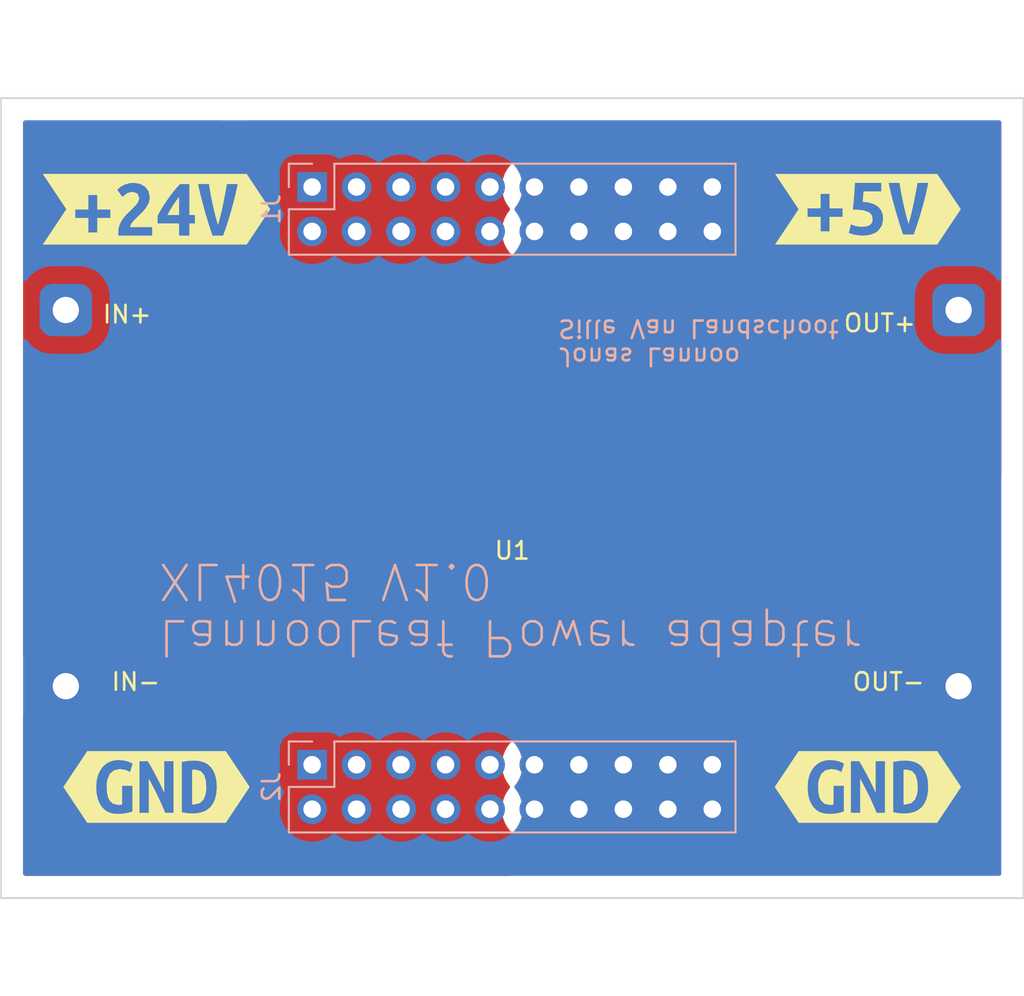
<source format=kicad_pcb>
(kicad_pcb (version 20211014) (generator pcbnew)
  (layers (0 "F.Cu" signal) (31 "B.Cu" signal) (34 "B.Paste" user) (35 "F.Paste" user) (36 "B.SilkS" user "B.Silkscreen") (37 "F.SilkS" user "F.Silkscreen") (38 "B.Mask" user) (39 "F.Mask" user) (44 "Edge.Cuts" user))
  (net 0 "")
  (net 1 "+5V")
  (net 2 "GND")
  (net 3 "+24V")
  (footprint "kibuzzard-62A85210" (layer "F.Cu") (at 180.34 130.81)
    (fp_text reference "kibuzzard-62A85210" hide)
    (fp_text value "G***" hide)
    (fp_poly (pts (xy -3.443288 -2.050918) (xy -2.667 -1.440656) (xy -2.425303 -1.51388) (xy -2.166938 -1.538288) (xy -1.859756 -1.512094) (xy -1.624013 -1.452563) (xy -1.459706 -1.381125) (xy -1.362075 -1.323975) (xy -1.514475 -0.85725) (xy -1.77165 -0.976313) (xy -2.085975 -1.0287) (xy -2.4384 -0.9525) (xy -2.674144 -0.740569) (xy -2.807494 -0.416719) (xy -2.837855 -0.21848) (xy -2.847975 0) (xy -2.829454 0.321469) (xy -2.773892 0.581025) (xy -2.681288 0.778669) (xy -2.475309 0.966192) (xy -2.19075 1.0287) (xy -2.07645 1.023938) (xy -1.96215 1.00965) (xy -1.96215 -0.066675) (xy -1.376363 -0.066675) (xy -0.97155 1.476375) (xy -0.97155 -1.471613) (xy -0.500062 -1.471613) (xy -0.366713 -1.253133) (xy -0.233363 -1.016794) (xy -0.101798 -0.77212) (xy 0.026194 -0.528638) (xy 0.147638 -0.289322) (xy 0.259556 -0.05715) (xy 0.358973 0.157163) (xy 0.442913 0.3429) (xy 0.442913 -1.471613) (xy 0.97155 -1.471613) (xy 0.97155 1.476375) (xy 0.500062 1.476375) (xy 0.362744 1.149615) (xy 0.217488 0.823383) (xy 0.064294 0.497681) (xy -0.096838 0.171979) (xy -0.265906 -0.154252) (xy -0.442913 -0.481013) (xy -0.442913 1.476375) (xy -0.97155 1.476375) (xy -1.376363 -0.066675) (xy -1.376363 1.404938) (xy -1.702594 1.490663) (xy -1.947267 1.526381) (xy -2.238375 1.538288) (xy -2.500908 1.51388) (xy -2.736056 1.440656) (xy -2.941439 1.319213) (xy -3.114675 1.150144) (xy -3.253978 0.93345) (xy -3.357563 0.669131) (xy -3.421856 0.357783) (xy -3.443288 0) (xy -3.418284 -0.354211) (xy -3.343275 -0.664369) (xy -3.225403 -0.929283) (xy -3.071813 -1.147763) (xy -2.884884 -1.318617) (xy -2.667 -1.440656) (xy -3.443288 -2.050918) (xy -3.955918 -2.050918) (xy -5.323196 0) (xy -3.955918 2.050918) (xy -3.443288 2.050918) (xy 3.443288 2.050918) (xy 3.443288 0) (xy 3.417689 0.379214) (xy 3.340894 0.697706) (xy 3.218855 0.959048) (xy 3.057525 1.166813) (xy 2.859286 1.32338) (xy 2.626519 1.431131) (xy 2.363986 1.493639) (xy 2.07645 1.514475) (xy 1.769269 1.497806) (xy 1.4478 1.443038) (xy 1.4478 -1.433513) (xy 1.824038 -1.490663) (xy 2.15265 -1.50495) (xy 2.430661 -1.483519) (xy 2.683669 -1.419225) (xy 2.90572 -1.309092) (xy 3.090863 -1.150144) (xy 3.239095 -0.941784) (xy 3.350419 -0.683419) (xy 3.42007 -0.37088) (xy 3.443288 0) (xy 3.443288 2.050918) (xy 3.955918 2.050918) (xy 5.323196 0) (xy 3.955918 -2.050918) (xy 3.443288 -2.050918) (xy -3.443288 -2.050918)) (layer "F.SilkS") (width 0) (fill solid))
    (fp_poly (pts (xy 2.033587 1.000125) (xy 2.085975 1.004887) (xy 2.138363 1.004887) (xy 2.474119 0.928688) (xy 2.693194 0.719138) (xy 2.812256 0.402431) (xy 2.839045 0.210145) (xy 2.847975 0) (xy 2.8194 -0.371475) (xy 2.719388 -0.690563) (xy 2.524125 -0.912019) (xy 2.205038 -0.995363) (xy 2.119313 -0.992981) (xy 2.033587 -0.981075) (xy 2.033587 1.000125)) (layer "F.SilkS") (width 0) (fill solid))
  )
  (footprint "kibuzzard-62A851E8" (layer "F.Cu") (at 139.7 97.79)
    (fp_text reference "kibuzzard-62A851E8" hide)
    (fp_text value "G***" hide)
    (fp_poly (pts (xy 1.290638 -0.707231) (xy 1.114425 -0.473869) (xy 0.935831 -0.214313) (xy 0.766763 0.059531) (xy 0.623888 0.330994) (xy 1.290638 0.330994) (xy 1.290638 -0.707231)) (layer "F.SilkS") (width 0) (fill solid))
    (fp_poly (pts (xy -4.638675 -2.019961) (xy -4.638675 0.016669) (xy -3.890963 0.016669) (xy -3.890963 -0.812006) (xy -3.386138 -0.812006) (xy -3.386138 0.016669) (xy -2.638425 0.016669) (xy -1.064419 -0.369094) (xy -0.976313 -0.621506) (xy -1.08585 -0.900113) (xy -1.362075 -0.997744) (xy -1.652588 -0.931069) (xy -1.952625 -0.707231) (xy -2.243138 -1.116806) (xy -2.037755 -1.290638) (xy -1.802606 -1.412081) (xy -1.55317 -1.483519) (xy -1.304925 -1.507331) (xy -0.957263 -1.454944) (xy -0.661988 -1.297781) (xy -0.4572 -1.033463) (xy -0.381 -0.664369) (xy -0.43815 -0.371475) (xy 0.97155 -1.00965) (xy 1.16205 -1.237655) (xy 1.35255 -1.440656) (xy 1.876425 -1.440656) (xy 1.876425 0.330994) (xy 2.195513 0.330994) (xy 2.195513 0.812006) (xy 1.876425 0.812006) (xy 1.876425 1.507331) (xy 1.290638 1.507331) (xy 1.290638 0.812006) (xy 0.061913 0.812006) (xy 0.061913 0.383381) (xy 0.165497 0.185142) (xy 0.295275 -0.0381) (xy 0.445294 -0.27682) (xy 0.6096 -0.521494) (xy 0.785813 -0.767358) (xy 0.97155 -1.00965) (xy -0.43815 -0.371475) (xy -0.59055 -0.097631) (xy -0.804863 0.159544) (xy -1.04775 0.397669) (xy -1.190625 0.5334) (xy -1.343025 0.695325) (xy -1.464469 0.864394) (xy -1.514475 1.021556) (xy -0.24765 1.021556) (xy -0.24765 1.507331) (xy -2.1717 1.507331) (xy -2.183606 1.388269) (xy -2.181225 1.288256) (xy -2.159198 1.059656) (xy -2.093119 0.850106) (xy -1.993106 0.65782) (xy -1.869281 0.481013) (xy -1.728788 0.317897) (xy -1.578769 0.166688) (xy -1.42875 0.024408) (xy -1.288256 -0.111919) (xy -1.064419 -0.369094) (xy -2.638425 0.016669) (xy -2.638425 0.497681) (xy -3.386138 0.497681) (xy -3.386138 1.326356) (xy -3.890963 1.326356) (xy -3.890963 0.497681) (xy -4.638675 0.497681) (xy -4.638675 0.016669) (xy -4.638675 -2.019961) (xy -5.151305 -2.019961) (xy -6.497946 -2.019961) (xy -5.151305 0) (xy -6.497946 2.019961) (xy 3.2004 1.507331) (xy 3.082528 1.157288) (xy 2.957513 0.764381) (xy 2.873375 0.488421) (xy 2.792413 0.21299) (xy 2.714625 -0.061913) (xy 2.641071 -0.331523) (xy 2.572808 -0.591079) (xy 2.509838 -0.840581) (xy 2.431256 -1.173956) (xy 2.376488 -1.440656) (xy 2.995613 -1.440656) (xy 3.031331 -1.193602) (xy 3.081338 -0.909638) (xy 3.141464 -0.602456) (xy 3.207544 -0.28575) (xy 3.278981 0.033338) (xy 3.355181 0.347663) (xy 3.433167 0.643533) (xy 3.509963 0.907256) (xy 3.586163 0.647105) (xy 3.662363 0.352425) (xy 3.736181 0.0381) (xy 3.805238 -0.280988) (xy 3.869531 -0.598289) (xy 3.929063 -0.907256) (xy 3.98145 -1.193006) (xy 4.024312 -1.440656) (xy 4.638675 -1.440656) (xy 4.574977 -1.138238) (xy 4.498181 -0.802481) (xy 4.408884 -0.441127) (xy 4.307681 -0.061913) (xy 4.233863 0.198438) (xy 4.155281 0.461963) (xy 4.071937 0.728663) (xy 3.985154 0.99404) (xy 3.896254 1.253596) (xy 3.805238 1.507331) (xy 3.2004 1.507331) (xy -6.497946 2.019961) (xy -5.151305 2.019961) (xy -4.638675 2.019961) (xy 4.638675 2.019961) (xy 5.151305 2.019961) (xy 6.497946 0) (xy 5.151305 -2.019961) (xy 4.638675 -2.019961) (xy -4.638675 -2.019961)) (layer "F.SilkS") (width 0) (fill solid))
  )
  (footprint "kibuzzard-62A8520A" (layer "F.Cu") (at 139.7 130.81)
    (fp_text reference "kibuzzard-62A8520A" hide)
    (fp_text value "G***" hide)
    (fp_poly (pts (xy -3.443288 -2.050918) (xy -2.667 -1.440656) (xy -2.425303 -1.51388) (xy -2.166938 -1.538288) (xy -1.859756 -1.512094) (xy -1.624013 -1.452563) (xy -1.459706 -1.381125) (xy -1.362075 -1.323975) (xy -1.514475 -0.85725) (xy -1.77165 -0.976313) (xy -2.085975 -1.0287) (xy -2.4384 -0.9525) (xy -2.674144 -0.740569) (xy -2.807494 -0.416719) (xy -2.837855 -0.21848) (xy -2.847975 0) (xy -2.829454 0.321469) (xy -2.773892 0.581025) (xy -2.681288 0.778669) (xy -2.475309 0.966192) (xy -2.19075 1.0287) (xy -2.07645 1.023938) (xy -1.96215 1.00965) (xy -1.96215 -0.066675) (xy -1.376363 -0.066675) (xy -0.97155 1.476375) (xy -0.97155 -1.471613) (xy -0.500062 -1.471613) (xy -0.366713 -1.253133) (xy -0.233363 -1.016794) (xy -0.101798 -0.77212) (xy 0.026194 -0.528638) (xy 0.147638 -0.289322) (xy 0.259556 -0.05715) (xy 0.358973 0.157163) (xy 0.442913 0.3429) (xy 0.442913 -1.471613) (xy 0.97155 -1.471613) (xy 0.97155 1.476375) (xy 0.500062 1.476375) (xy 0.362744 1.149615) (xy 0.217488 0.823383) (xy 0.064294 0.497681) (xy -0.096838 0.171979) (xy -0.265906 -0.154252) (xy -0.442913 -0.481013) (xy -0.442913 1.476375) (xy -0.97155 1.476375) (xy -1.376363 -0.066675) (xy -1.376363 1.404938) (xy -1.702594 1.490663) (xy -1.947267 1.526381) (xy -2.238375 1.538288) (xy -2.500908 1.51388) (xy -2.736056 1.440656) (xy -2.941439 1.319213) (xy -3.114675 1.150144) (xy -3.253978 0.93345) (xy -3.357563 0.669131) (xy -3.421856 0.357783) (xy -3.443288 0) (xy -3.418284 -0.354211) (xy -3.343275 -0.664369) (xy -3.225403 -0.929283) (xy -3.071813 -1.147763) (xy -2.884884 -1.318617) (xy -2.667 -1.440656) (xy -3.443288 -2.050918) (xy -3.955918 -2.050918) (xy -5.323196 0) (xy -3.955918 2.050918) (xy -3.443288 2.050918) (xy 3.443288 2.050918) (xy 3.443288 0) (xy 3.417689 0.379214) (xy 3.340894 0.697706) (xy 3.218855 0.959048) (xy 3.057525 1.166813) (xy 2.859286 1.32338) (xy 2.626519 1.431131) (xy 2.363986 1.493639) (xy 2.07645 1.514475) (xy 1.769269 1.497806) (xy 1.4478 1.443038) (xy 1.4478 -1.433513) (xy 1.824038 -1.490663) (xy 2.15265 -1.50495) (xy 2.430661 -1.483519) (xy 2.683669 -1.419225) (xy 2.90572 -1.309092) (xy 3.090863 -1.150144) (xy 3.239095 -0.941784) (xy 3.350419 -0.683419) (xy 3.42007 -0.37088) (xy 3.443288 0) (xy 3.443288 2.050918) (xy 3.955918 2.050918) (xy 5.323196 0) (xy 3.955918 -2.050918) (xy 3.443288 -2.050918) (xy -3.443288 -2.050918)) (layer "F.SilkS") (width 0) (fill solid))
    (fp_poly (pts (xy 2.033587 1.000125) (xy 2.085975 1.004887) (xy 2.138363 1.004887) (xy 2.474119 0.928688) (xy 2.693194 0.719138) (xy 2.812256 0.402431) (xy 2.839045 0.210145) (xy 2.847975 0) (xy 2.8194 -0.371475) (xy 2.719388 -0.690563) (xy 2.524125 -0.912019) (xy 2.205038 -0.995363) (xy 2.119313 -0.992981) (xy 2.033587 -0.981075) (xy 2.033587 1.000125)) (layer "F.SilkS") (width 0) (fill solid))
  )
  (footprint "kibuzzard-62A851F9" (layer "F.Cu") (at 180.34 97.79)
    (fp_text reference "kibuzzard-62A851F9" hide)
    (fp_text value "G***" hide)
    (fp_poly (pts (xy -3.44805 -2.01758) (xy -3.44805 -0.047625) (xy -2.700338 -0.047625) (xy -2.700338 -0.8763) (xy -2.195513 -0.8763) (xy -2.195513 -0.047625) (xy -1.4478 -0.047625) (xy 0.271463 0.576263) (xy 0.230981 0.350044) (xy 0.069056 0.173831) (xy -0.276225 0.059531) (xy -0.534591 0.02917) (xy -0.862013 0.01905) (xy -0.81915 -0.376833) (xy -0.785813 -0.764381) (xy -0.760809 -1.141214) (xy -0.74295 -1.50495) (xy 0.762 -1.50495) (xy 0.762 -1.019175) (xy -0.252412 -1.019175) (xy -0.276225 -0.700088) (xy -0.300038 -0.428625) (xy 0.060325 -0.379942) (xy 0.354013 -0.284692) (xy 0.581025 -0.142875) (xy 0.742421 0.04445) (xy 0.839258 0.276225) (xy 0.871538 0.55245) (xy 0.8001 0.931069) (xy 2.009775 1.443038) (xy 1.891903 1.092994) (xy 1.766888 0.700088) (xy 1.68275 0.424127) (xy 1.601788 0.148696) (xy 1.524 -0.126206) (xy 1.450446 -0.395817) (xy 1.382183 -0.655373) (xy 1.319213 -0.904875) (xy 1.240631 -1.23825) (xy 1.185863 -1.50495) (xy 1.804988 -1.50495) (xy 1.840706 -1.257895) (xy 1.890713 -0.973931) (xy 1.950839 -0.66675) (xy 2.016919 -0.350044) (xy 2.088356 -0.030956) (xy 2.164556 0.283369) (xy 2.242542 0.579239) (xy 2.319338 0.842963) (xy 2.395538 0.582811) (xy 2.471738 0.288131) (xy 2.545556 -0.026194) (xy 2.614613 -0.345281) (xy 2.678906 -0.662583) (xy 2.738438 -0.97155) (xy 2.790825 -1.2573) (xy 2.833688 -1.50495) (xy 3.44805 -1.50495) (xy 3.384352 -1.202531) (xy 3.307556 -0.866775) (xy 3.218259 -0.50542) (xy 3.117056 -0.126206) (xy 3.043238 0.134144) (xy 2.964656 0.397669) (xy 2.881313 0.664369) (xy 2.794529 0.929746) (xy 2.705629 1.189302) (xy 2.614613 1.443038) (xy 2.009775 1.443038) (xy 0.8001 0.931069) (xy 0.581025 1.233488) (xy 0.415528 1.347788) (xy 0.214313 1.433513) (xy -0.022622 1.487091) (xy -0.295275 1.50495) (xy -0.528638 1.490663) (xy -0.757238 1.454944) (xy -0.954881 1.404938) (xy -1.090613 1.35255) (xy -0.97155 0.866775) (xy -0.70485 0.962025) (xy -0.522684 0.994172) (xy -0.300038 1.004887) (xy -0.016669 0.966788) (xy 0.159544 0.869156) (xy 0.24765 0.733425) (xy 0.271463 0.576263) (xy -1.4478 -0.047625) (xy -1.4478 0.433388) (xy -2.195513 0.433388) (xy -2.195513 1.262063) (xy -2.700338 1.262063) (xy -2.700338 0.433388) (xy -3.44805 0.433388) (xy -3.44805 -0.047625) (xy -3.44805 -2.01758) (xy -3.96068 -2.01758) (xy -5.305734 -2.01758) (xy -3.96068 0) (xy -5.305734 2.01758) (xy -3.96068 2.01758) (xy -3.44805 2.01758) (xy 3.44805 2.01758) (xy 3.96068 2.01758) (xy 5.305734 0) (xy 3.96068 -2.01758) (xy 3.44805 -2.01758) (xy -3.44805 -2.01758)) (layer "F.SilkS") (width 0) (fill solid))
  )
  (footprint "LannooLeaf:XL4015" (layer "F.Cu") (at 160.02 114.3)
    (fp_text reference "U1" (at 0 3 unlocked) (layer "F.SilkS"))
    (fp_text value "XL4015")
    (fp_text user "OUT+" (at 21 -10 unlocked) (layer "F.SilkS"))
    (fp_text user "OUT-" (at 21.5 10.5 unlocked) (layer "F.SilkS"))
    (fp_text user "IN+" (at -22 -10.5 unlocked) (layer "F.SilkS"))
    (fp_text user "IN-" (at -21.5 10.5 unlocked) (layer "F.SilkS"))
    (pad "1" thru_hole roundrect (at -25.5 -10.75) (size 3 3) (drill 1.5) (layers *.Cu *.Mask) (net 3 "+24V"))
    (pad "2" thru_hole roundrect (at -25.5 10.75) (size 3 3) (drill 1.5) (layers *.Cu *.Mask) (net 2 "GND"))
    (pad "3" thru_hole roundrect (at 25.5 10.75) (size 3 3) (drill 1.5) (layers *.Cu *.Mask) (net 2 "GND"))
    (pad "4" thru_hole roundrect (at 25.5 -10.75) (size 3 3) (drill 1.5) (layers *.Cu *.Mask) (net 1 "+5V"))
  )
  (footprint "Connector_PinHeader_2.54mm:PinHeader_2x10_P2.54mm_Vertical" (layer "B.Cu") (at 148.59 129.54 -90)
    (fp_text reference "J2" (at 1.27 2.33 90) (layer "B.SilkS") (effects (justify mirror)))
    (fp_text value "Conn_02x10_Counter_Clockwise")
    (fp_line (start 1.27 -1.27) (end 1.27 1.33) (layer "B.SilkS") (width 0.12))
    (fp_line (start -1.33 1.33) (end 0 1.33) (layer "B.SilkS") (width 0.12))
    (fp_line (start -1.33 -1.27) (end 1.27 -1.27) (layer "B.SilkS") (width 0.12))
    (fp_line (start -1.33 0) (end -1.33 1.33) (layer "B.SilkS") (width 0.12))
    (fp_line (start 1.27 1.33) (end 3.87 1.33) (layer "B.SilkS") (width 0.12))
    (fp_line (start -1.33 -24.19) (end 3.87 -24.19) (layer "B.SilkS") (width 0.12))
    (fp_line (start -1.33 -1.27) (end -1.33 -24.19) (layer "B.SilkS") (width 0.12))
    (fp_line (start 3.87 1.33) (end 3.87 -24.19) (layer "B.SilkS") (width 0.12))
    (pad "1" thru_hole rect locked (at 0 0 270) (size 1.7 1.7) (drill 1) (layers *.Cu *.Mask) (net 3 "+24V"))
    (pad "2" thru_hole oval locked (at 2.54 0 270) (size 1.7 1.7) (drill 1) (layers *.Cu *.Mask) (net 3 "+24V"))
    (pad "3" thru_hole oval locked (at 0 -2.54 270) (size 1.7 1.7) (drill 1) (layers *.Cu *.Mask) (net 3 "+24V"))
    (pad "4" thru_hole oval locked (at 2.54 -2.54 270) (size 1.7 1.7) (drill 1) (layers *.Cu *.Mask) (net 3 "+24V"))
    (pad "5" thru_hole oval locked (at 0 -5.08 270) (size 1.7 1.7) (drill 1) (layers *.Cu *.Mask) (net 3 "+24V"))
    (pad "6" thru_hole oval locked (at 2.54 -5.08 270) (size 1.7 1.7) (drill 1) (layers *.Cu *.Mask) (net 3 "+24V"))
    (pad "7" thru_hole oval locked (at 0 -7.62 270) (size 1.7 1.7) (drill 1) (layers *.Cu *.Mask) (net 3 "+24V"))
    (pad "8" thru_hole oval locked (at 2.54 -7.62 270) (size 1.7 1.7) (drill 1) (layers *.Cu *.Mask) (net 3 "+24V"))
    (pad "9" thru_hole oval locked (at 0 -10.16 270) (size 1.7 1.7) (drill 1) (layers *.Cu *.Mask) (net 3 "+24V"))
    (pad "10" thru_hole oval locked (at 2.54 -10.16 270) (size 1.7 1.7) (drill 1) (layers *.Cu *.Mask) (net 3 "+24V"))
    (pad "11" thru_hole oval locked (at 0 -12.7 270) (size 1.7 1.7) (drill 1) (layers *.Cu *.Mask) (net 2 "GND"))
    (pad "12" thru_hole oval locked (at 2.54 -12.7 270) (size 1.7 1.7) (drill 1) (layers *.Cu *.Mask) (net 2 "GND"))
    (pad "13" thru_hole oval locked (at 0 -15.24 270) (size 1.7 1.7) (drill 1) (layers *.Cu *.Mask) (net 2 "GND"))
    (pad "14" thru_hole oval locked (at 2.54 -15.24 270) (size 1.7 1.7) (drill 1) (layers *.Cu *.Mask) (net 2 "GND"))
    (pad "15" thru_hole oval locked (at 0 -17.78 270) (size 1.7 1.7) (drill 1) (layers *.Cu *.Mask) (net 2 "GND"))
    (pad "16" thru_hole oval locked (at 2.54 -17.78 270) (size 1.7 1.7) (drill 1) (layers *.Cu *.Mask) (net 2 "GND"))
    (pad "17" thru_hole oval locked (at 0 -20.32 270) (size 1.7 1.7) (drill 1) (layers *.Cu *.Mask) (net 2 "GND"))
    (pad "18" thru_hole oval locked (at 2.54 -20.32 270) (size 1.7 1.7) (drill 1) (layers *.Cu *.Mask) (net 2 "GND"))
    (pad "19" thru_hole oval locked (at 0 -22.86 270) (size 1.7 1.7) (drill 1) (layers *.Cu *.Mask) (net 2 "GND"))
    (pad "20" thru_hole oval locked (at 2.54 -22.86 270) (size 1.7 1.7) (drill 1) (layers *.Cu *.Mask) (net 2 "GND"))
  )
  (footprint "Connector_PinHeader_2.54mm:PinHeader_2x10_P2.54mm_Vertical" (layer "B.Cu") (at 148.59 96.52 -90)
    (fp_text reference "J1" (at 1.27 2.33 90) (layer "B.SilkS") (effects (justify mirror)))
    (fp_text value "Conn_02x10_Counter_Clockwise")
    (fp_line (start 3.87 1.33) (end 3.87 -24.19) (layer "B.SilkS") (width 0.12))
    (fp_line (start -1.33 -1.27) (end -1.33 -24.19) (layer "B.SilkS") (width 0.12))
    (fp_line (start 1.27 1.33) (end 3.87 1.33) (layer "B.SilkS") (width 0.12))
    (fp_line (start 1.27 -1.27) (end 1.27 1.33) (layer "B.SilkS") (width 0.12))
    (fp_line (start -1.33 -24.19) (end 3.87 -24.19) (layer "B.SilkS") (width 0.12))
    (fp_line (start -1.33 1.33) (end 0 1.33) (layer "B.SilkS") (width 0.12))
    (fp_line (start -1.33 -1.27) (end 1.27 -1.27) (layer "B.SilkS") (width 0.12))
    (fp_line (start -1.33 0) (end -1.33 1.33) (layer "B.SilkS") (width 0.12))
    (pad "1" thru_hole rect locked (at 0 0 270) (size 1.7 1.7) (drill 1) (layers *.Cu *.Mask) (net 1 "+5V"))
    (pad "2" thru_hole oval locked (at 2.54 0 270) (size 1.7 1.7) (drill 1) (layers *.Cu *.Mask) (net 1 "+5V"))
    (pad "3" thru_hole oval locked (at 0 -2.54 270) (size 1.7 1.7) (drill 1) (layers *.Cu *.Mask) (net 1 "+5V"))
    (pad "4" thru_hole oval locked (at 2.54 -2.54 270) (size 1.7 1.7) (drill 1) (layers *.Cu *.Mask) (net 1 "+5V"))
    (pad "5" thru_hole oval locked (at 0 -5.08 270) (size 1.7 1.7) (drill 1) (layers *.Cu *.Mask) (net 1 "+5V"))
    (pad "6" thru_hole oval locked (at 2.54 -5.08 270) (size 1.7 1.7) (drill 1) (layers *.Cu *.Mask) (net 1 "+5V"))
    (pad "7" thru_hole oval locked (at 0 -7.62 270) (size 1.7 1.7) (drill 1) (layers *.Cu *.Mask) (net 1 "+5V"))
    (pad "8" thru_hole oval locked (at 2.54 -7.62 270) (size 1.7 1.7) (drill 1) (layers *.Cu *.Mask) (net 1 "+5V"))
    (pad "9" thru_hole oval locked (at 0 -10.16 270) (size 1.7 1.7) (drill 1) (layers *.Cu *.Mask) (net 1 "+5V"))
    (pad "10" thru_hole oval locked (at 2.54 -10.16 270) (size 1.7 1.7) (drill 1) (layers *.Cu *.Mask) (net 1 "+5V"))
    (pad "11" thru_hole oval locked (at 0 -12.7 270) (size 1.7 1.7) (drill 1) (layers *.Cu *.Mask) (net 2 "GND"))
    (pad "12" thru_hole oval locked (at 2.54 -12.7 270) (size 1.7 1.7) (drill 1) (layers *.Cu *.Mask) (net 2 "GND"))
    (pad "13" thru_hole oval locked (at 0 -15.24 270) (size 1.7 1.7) (drill 1) (layers *.Cu *.Mask) (net 2 "GND"))
    (pad "14" thru_hole oval locked (at 2.54 -15.24 270) (size 1.7 1.7) (drill 1) (layers *.Cu *.Mask) (net 2 "GND"))
    (pad "15" thru_hole oval locked (at 0 -17.78 270) (size 1.7 1.7) (drill 1) (layers *.Cu *.Mask) (net 2 "GND"))
    (pad "16" thru_hole oval locked (at 2.54 -17.78 270) (size 1.7 1.7) (drill 1) (layers *.Cu *.Mask) (net 2 "GND"))
    (pad "17" thru_hole oval locked (at 0 -20.32 270) (size 1.7 1.7) (drill 1) (layers *.Cu *.Mask) (net 2 "GND"))
    (pad "18" thru_hole oval locked (at 2.54 -20.32 270) (size 1.7 1.7) (drill 1) (layers *.Cu *.Mask) (net 2 "GND"))
    (pad "19" thru_hole oval locked (at 0 -22.86 270) (size 1.7 1.7) (drill 1) (layers *.Cu *.Mask) (net 2 "GND"))
    (pad "20" thru_hole oval locked (at 2.54 -22.86 270) (size 1.7 1.7) (drill 1) (layers *.Cu *.Mask) (net 2 "GND"))
  )
  (gr_rect (start 130.81 137.16) (end 189.23 91.44) (layer "Edge.Cuts") (width 0.1) (fill none))
  (gr_text "LannooLeaf Power adapter\nXL4015 V1.0" (at 139.7 120.65 180) (layer "B.SilkS") (effects (font (size 2 2)) (justify left mirror)))
  (gr_text "Jonas Lannoo\nSille Van Landschoot" (at 162.56 105.41 180) (layer "B.SilkS") (effects (font (size 1 1)) (justify left mirror)))
  (zone (net 1) (net_name "+5V") (layer "F.Cu") (connect_pads yes (clearance 1)) (min_thickness 0.254) (fill yes (thermal_gap 0.508) (thermal_bridge_width 0.508))
    (polygon (pts (xy 187.96 92.71) (xy 187.96 113.03) (xy 144.78 113.03) (xy 144.78 92.71)))
  )
  (zone (net 3) (net_name "+24V") (layer "F.Cu") (connect_pads yes (clearance 1)) (min_thickness 0.254) (fill yes (thermal_gap 0.508) (thermal_bridge_width 0.508))
    (polygon (pts (xy 143.51 92.71) (xy 143.51 114.3) (xy 160.02 114.3) (xy 160.02 135.89) (xy 132.08 135.89) (xy 132.08 92.71)))
  )
  (zone (net 2) (net_name "GND") (layer "B.Cu") (connect_pads yes (clearance 1)) (min_thickness 0.254) (fill yes (thermal_gap 0.508) (thermal_bridge_width 0.508))
    (polygon (pts (xy 187.96 92.71) (xy 187.96 135.89) (xy 132.08 135.89) (xy 132.08 92.71)))
  )
)
</source>
